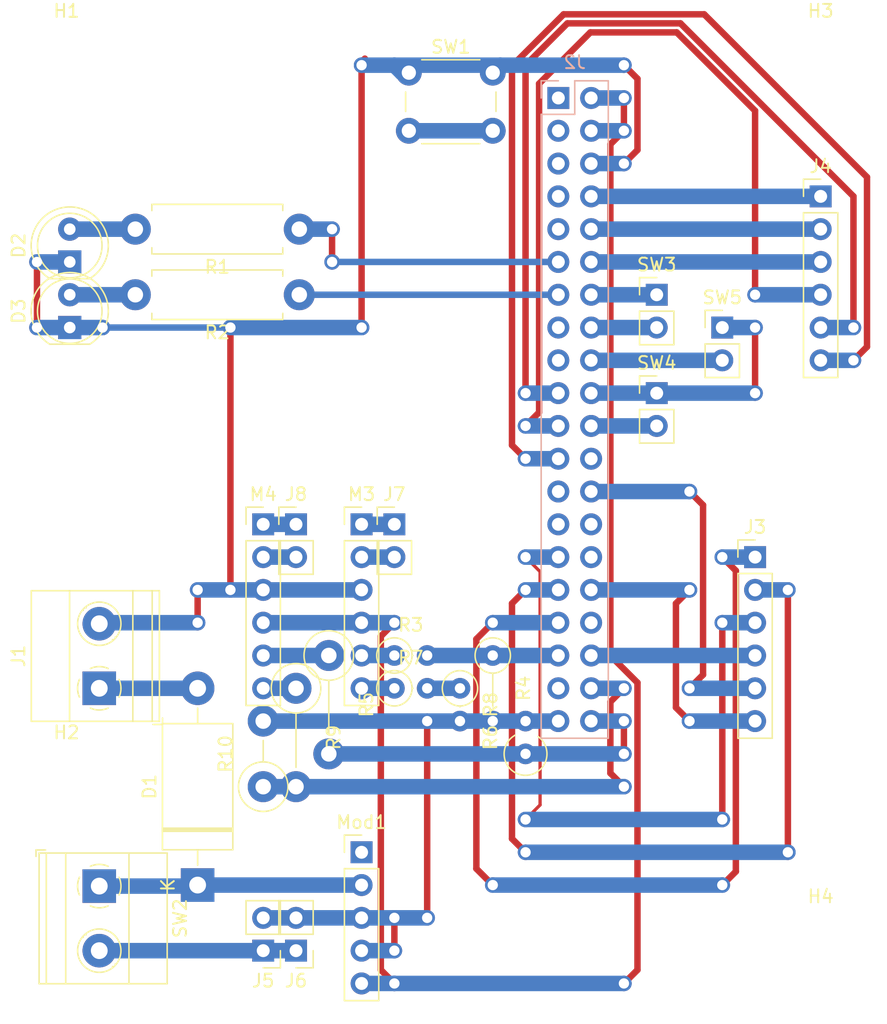
<source format=kicad_pcb>
(kicad_pcb (version 20240108) (generator "pcbnew") (generator_version "8.0")
  (layers (0 "F.Cu" signal) (31 "B.Cu" signal) (34 "B.Paste" user) (35 "F.Paste" user) (36 "B.SilkS" user "B.Silkscreen") (37 "F.SilkS" user "F.Silkscreen") (38 "B.Mask" user) (39 "F.Mask" user) (44 "Edge.Cuts" user))
  (net 0 "")
  (net 1 "+BATT")
  (net 2 "Net-(D1-A)")
  (net 3 "Net-(D2-A)")
  (net 4 "GND")
  (net 5 "Net-(D3-A)")
  (net 9 "/Tray up")
  (net 10 "+5V")
  (net 11 "/Roll.Mot_A")
  (net 12 "/R.Enc_A")
  (net 14 "/R.Mot_A")
  (net 15 "/R.En")
  (net 16 "/R.Enc_B")
  (net 17 "/L.Enc_B")
  (net 18 "/L.Enc_A")
  (net 19 "/Roll position")
  (net 20 "+3.3V")
  (net 21 "/Roll.En")
  (net 22 "/L.Mot_A")
  (net 23 "/L.En")
  (net 24 "/UI.SW")
  (net 25 "/Tray.Mot_B")
  (net 26 "/L.Mot_B")
  (net 27 "/Tray.Mot_A")
  (net 28 "/Roll.Mot_B")
  (net 29 "/R.Mot_B")
  (net 30 "/UI.LED0")
  (net 32 "/Tray down")
  (net 35 "/UI.LED1")
  (net 36 "/Tray.En")
  (net 37 "Vdrive")
  (net 39 "/LMB")
  (net 40 "/LMA")
  (net 41 "/RMA")
  (net 42 "/RMB")
  (net 43 "Net-(M3-Enc_A)")
  (net 44 "Net-(M3-Enc_B)")
  (net 45 "Net-(M4-Enc_A)")
  (net 46 "Net-(M4-Enc_B)")
  (footprint "Resistor_THT:R_Axial_DIN0207_L6.3mm_D2.5mm_P5.08mm_Vertical" (layer "F.Cu") (at 121.92 121.92 -90)
    (property "Reference" "R4" (at 2.54 -2.37 -90) (layer "F.SilkS"))
    (property "Value" "2.2k")
    (pad "1" thru_hole circle (at 0 0 270) (size 1.6 1.6) (drill 0.8) (layers "*.Cu" "*.Mask") (net 18 "/L.Enc_A"))
    (pad "2" thru_hole oval (at 5.08 0 270) (size 1.6 1.6) (drill 0.8) (layers "*.Cu" "*.Mask") (net 4 "GND"))
  )
  (footprint "TerminalBlock_Phoenix:TerminalBlock_Phoenix_MKDS-1,5-2_1x02_P5.00mm_Horizontal" (layer "F.Cu") (at 91.44 124.46 90)
    (property "Reference" "J1" (at 2.5 -6.26 90) (layer "F.SilkS"))
    (property "Value" "18V battery")
    (pad "1" thru_hole rect (at 0 0 90) (size 2.6 2.6) (drill 1.3) (layers "*.Cu" "*.Mask") (net 2 "Net-(D1-A)"))
    (pad "2" thru_hole circle (at 5 0 90) (size 2.6 2.6) (drill 1.3) (layers "*.Cu" "*.Mask") (net 4 "GND"))
  )
  (footprint "Resistor_THT:R_Axial_DIN0207_L6.3mm_D2.5mm_P2.54mm_Vertical" (layer "F.Cu") (at 114.3 121.92)
    (property "Reference" "R3" (at 1.27 -2.37 0) (layer "F.SilkS"))
    (property "Value" "1.5k")
    (pad "1" thru_hole circle (at 0 0) (size 1.6 1.6) (drill 0.8) (layers "*.Cu" "*.Mask") (net 43 "Net-(M3-Enc_A)"))
    (pad "2" thru_hole oval (at 2.54 0) (size 1.6 1.6) (drill 0.8) (layers "*.Cu" "*.Mask") (net 18 "/L.Enc_A"))
  )
  (footprint "Connector_PinHeader_2.54mm:PinHeader_1x02_P2.54mm_Vertical" (layer "F.Cu") (at 134.62 93.98)
    (property "Reference" "SW3" (at 0 -2.33 0) (layer "F.SilkS"))
    (property "Value" "Roller position")
    (pad "1" thru_hole rect (at 0 0) (size 1.7 1.7) (drill 1) (layers "*.Cu" "*.Mask") (net 4 "GND"))
    (pad "2" thru_hole oval (at 0 2.54) (size 1.7 1.7) (drill 1) (layers "*.Cu" "*.Mask") (net 19 "/Roll position"))
  )
  (footprint "Connector_PinHeader_2.54mm:PinHeader_1x02_P2.54mm_Vertical" (layer "F.Cu") (at 134.62 101.6)
    (property "Reference" "SW4" (at 0 -2.33 0) (layer "F.SilkS"))
    (property "Value" "Tray down")
    (pad "1" thru_hole rect (at 0 0) (size 1.7 1.7) (drill 1) (layers "*.Cu" "*.Mask") (net 4 "GND"))
    (pad "2" thru_hole oval (at 0 2.54) (size 1.7 1.7) (drill 1) (layers "*.Cu" "*.Mask") (net 32 "/Tray down"))
  )
  (footprint "Resistor_THT:R_Axial_DIN0411_L9.9mm_D3.6mm_P12.70mm_Horizontal" (layer "F.Cu") (at 106.934 93.98 180)
    (property "Reference" "R2" (at 6.35 -2.92 0) (layer "F.SilkS"))
    (property "Value" "220")
    (pad "1" thru_hole circle (at 0 0 180) (size 2.4 2.4) (drill 1.2) (layers "*.Cu" "*.Mask") (net 35 "/UI.LED1"))
    (pad "2" thru_hole oval (at 12.7 0 180) (size 2.4 2.4) (drill 1.2) (layers "*.Cu" "*.Mask") (net 5 "Net-(D3-A)"))
  )
  (footprint "Connector_PinHeader_2.54mm:PinHeader_1x06_P2.54mm_Vertical" (layer "F.Cu") (at 104.14 111.76)
    (property "Reference" "M4" (at 0 -2.33 0) (layer "F.SilkS"))
    (property "Value" "Right motor")
    (pad "1" thru_hole rect (at 0 0) (size 1.7 1.7) (drill 1) (layers "*.Cu" "*.Mask") (net 41 "/RMA"))
    (pad "2" thru_hole oval (at 0 2.54) (size 1.7 1.7) (drill 1) (layers "*.Cu" "*.Mask") (net 42 "/RMB"))
    (pad "3" thru_hole oval (at 0 5.08) (size 1.7 1.7) (drill 1) (layers "*.Cu" "*.Mask") (net 4 "GND"))
    (pad "4" thru_hole oval (at 0 7.62) (size 1.7 1.7) (drill 1) (layers "*.Cu" "*.Mask") (net 10 "+5V"))
    (pad "5" thru_hole oval (at 0 10.16) (size 1.7 1.7) (drill 1) (layers "*.Cu" "*.Mask") (net 45 "Net-(M4-Enc_A)"))
    (pad "6" thru_hole oval (at 0 12.7) (size 1.7 1.7) (drill 1) (layers "*.Cu" "*.Mask") (net 46 "Net-(M4-Enc_B)"))
  )
  (footprint "Resistor_THT:R_Axial_DIN0411_L9.9mm_D3.6mm_P7.62mm_Vertical" (layer "F.Cu") (at 106.68 124.46 -90)
    (property "Reference" "R9" (at 3.81 -2.92 -90) (layer "F.SilkS"))
    (property "Value" "1.5k")
    (pad "1" thru_hole circle (at 0 0 270) (size 2.4 2.4) (drill 1.2) (layers "*.Cu" "*.Mask") (net 46 "Net-(M4-Enc_B)"))
    (pad "2" thru_hole oval (at 7.62 0 270) (size 2.4 2.4) (drill 1.2) (layers "*.Cu" "*.Mask") (net 12 "/R.Enc_A"))
  )
  (footprint "MountingHole:MountingHole_3.2mm_M3" (layer "F.Cu") (at 147.32 76.2)
    (property "Reference" "H3" (at 0 -4.2 0) (layer "F.SilkS"))
    (property "Value" "MountingHole")
    (pad "" np_thru_hole circle (at 0 0) (size 3.2 3.2) (drill 3.2) (layers "*.Cu" "*.Mask"))
  )
  (footprint "MountingHole:MountingHole_3.2mm_M3" (layer "F.Cu") (at 147.32 144.78)
    (property "Reference" "H4" (at 0 -4.2 0) (layer "F.SilkS"))
    (property "Value" "MountingHole")
    (pad "" np_thru_hole circle (at 0 0) (size 3.2 3.2) (drill 3.2) (layers "*.Cu" "*.Mask"))
  )
  (footprint "Diode_THT:D_DO-201_P15.24mm_Horizontal" (layer "F.Cu") (at 99.06 139.7 90)
    (property "Reference" "D1" (at 7.62 -3.725 90) (layer "F.SilkS"))
    (property "Value" "6A Rectifier diode")
    (fp_text user "K" (at 0 -2.3 90) (layer "F.SilkS"))
    (pad "1" thru_hole rect (at 0 0 90) (size 2.6 2.6) (drill 1.3) (layers "*.Cu" "*.Mask") (net 1 "+BATT"))
    (pad "2" thru_hole oval (at 15.24 0 90) (size 2.6 2.6) (drill 1.3) (layers "*.Cu" "*.Mask") (net 2 "Net-(D1-A)"))
  )
  (footprint "Connector_PinHeader_2.54mm:PinHeader_1x02_P2.54mm_Vertical" (layer "F.Cu") (at 106.68 111.76)
    (property "Reference" "J8" (at 0 -2.33 0) (layer "F.SilkS"))
    (property "Value" "Right")
    (pad "1" thru_hole rect (at 0 0) (size 1.7 1.7) (drill 1) (layers "*.Cu" "*.Mask") (net 41 "/RMA"))
    (pad "2" thru_hole oval (at 0 2.54) (size 1.7 1.7) (drill 1) (layers "*.Cu" "*.Mask") (net 42 "/RMB"))
  )
  (footprint "Connector_PinHeader_2.54mm:PinHeader_1x02_P2.54mm_Vertical" (layer "F.Cu") (at 104.14 144.78 180)
    (property "Reference" "J5" (at 0 -2.33 0) (layer "F.SilkS"))
    (property "Value" "Power")
    (pad "1" thru_hole rect (at 0 0 180) (size 1.7 1.7) (drill 1) (layers "*.Cu" "*.Mask") (net 37 "Vdrive"))
    (pad "2" thru_hole oval (at 0 2.54 180) (size 1.7 1.7) (drill 1) (layers "*.Cu" "*.Mask") (net 4 "GND"))
  )
  (footprint "Connector_PinHeader_2.54mm:PinHeader_1x02_P2.54mm_Vertical" (layer "F.Cu") (at 139.7 96.52)
    (property "Reference" "SW5" (at 0 -2.33 0) (layer "F.SilkS"))
    (property "Value" "Tray up")
    (pad "1" thru_hole rect (at 0 0) (size 1.7 1.7) (drill 1) (layers "*.Cu" "*.Mask") (net 4 "GND"))
    (pad "2" thru_hole oval (at 0 2.54) (size 1.7 1.7) (drill 1) (layers "*.Cu" "*.Mask") (net 9 "/Tray up"))
  )
  (footprint "Resistor_THT:R_Axial_DIN0411_L9.9mm_D3.6mm_P12.70mm_Horizontal" (layer "F.Cu") (at 106.934 88.9 180)
    (property "Reference" "R1" (at 6.35 -2.92 0) (layer "F.SilkS"))
    (property "Value" "220")
    (pad "1" thru_hole circle (at 0 0 180) (size 2.4 2.4) (drill 1.2) (layers "*.Cu" "*.Mask") (net 30 "/UI.LED0"))
    (pad "2" thru_hole oval (at 12.7 0 180) (size 2.4 2.4) (drill 1.2) (layers "*.Cu" "*.Mask") (net 3 "Net-(D2-A)"))
  )
  (footprint "Resistor_THT:R_Axial_DIN0309_L9.0mm_D3.2mm_P2.54mm_Vertical" (layer "F.Cu") (at 124.46 129.54 90)
    (property "Reference" "R6" (at 1.27 -2.72 90) (layer "F.SilkS"))
    (property "Value" "2.2k")
    (pad "1" thru_hole circle (at 0 0 90) (size 1.6 1.6) (drill 0.8) (layers "*.Cu" "*.Mask") (net 16 "/R.Enc_B"))
    (pad "2" thru_hole oval (at 2.54 0 90) (size 1.6 1.6) (drill 0.8) (layers "*.Cu" "*.Mask") (net 4 "GND"))
  )
  (footprint "MountingHole:MountingHole_3.2mm_M3" (layer "F.Cu") (at 88.9 76.2)
    (property "Reference" "H1" (at 0 -4.2 0) (layer "F.SilkS"))
    (property "Value" "MountingHole")
    (pad "" np_thru_hole circle (at 0 0) (size 3.2 3.2) (drill 3.2) (layers "*.Cu" "*.Mask"))
  )
  (footprint "LED_THT:LED_D5.0mm" (layer "F.Cu") (at 89.154 96.52 90)
    (property "Reference" "D3" (at 1.27 -3.96 90) (layer "F.SilkS"))
    (property "Value" "LED")
    (pad "1" thru_hole rect (at 0 0 90) (size 1.8 1.8) (drill 0.9) (layers "*.Cu" "*.Mask") (net 4 "GND"))
    (pad "2" thru_hole circle (at 2.54 0 90) (size 1.8 1.8) (drill 0.9) (layers "*.Cu" "*.Mask") (net 5 "Net-(D3-A)"))
  )
  (footprint "Connector_PinHeader_2.54mm:PinHeader_1x06_P2.54mm_Vertical" (layer "F.Cu") (at 111.76 111.76)
    (property "Reference" "M3" (at 0 -2.33 0) (layer "F.SilkS"))
    (property "Value" "Left motor")
    (pad "1" thru_hole rect (at 0 0) (size 1.7 1.7) (drill 1) (layers "*.Cu" "*.Mask") (net 40 "/LMA"))
    (pad "2" thru_hole oval (at 0 2.54) (size 1.7 1.7) (drill 1) (layers "*.Cu" "*.Mask") (net 39 "/LMB"))
    (pad "3" thru_hole oval (at 0 5.08) (size 1.7 1.7) (drill 1) (layers "*.Cu" "*.Mask") (net 4 "GND"))
    (pad "4" thru_hole oval (at 0 7.62) (size 1.7 1.7) (drill 1) (layers "*.Cu" "*.Mask") (net 10 "+5V"))
    (pad "5" thru_hole oval (at 0 10.16) (size 1.7 1.7) (drill 1) (layers "*.Cu" "*.Mask") (net 43 "Net-(M3-Enc_A)"))
    (pad "6" thru_hole oval (at 0 12.7) (size 1.7 1.7) (drill 1) (layers "*.Cu" "*.Mask") (net 44 "Net-(M3-Enc_B)"))
  )
  (footprint "MountingHole:MountingHole_3.2mm_M3" (layer "F.Cu") (at 88.9 132.08)
    (property "Reference" "H2" (at 0 -4.2 0) (layer "F.SilkS"))
    (property "Value" "MountingHole")
    (pad "" np_thru_hole circle (at 0 0) (size 3.2 3.2) (drill 3.2) (layers "*.Cu" "*.Mask"))
  )
  (footprint "Button_Switch_THT:SW_PUSH_6mm" (layer "F.Cu") (at 115.42 76.78)
    (property "Reference" "SW1" (at 3.25 -2 0) (layer "F.SilkS"))
    (property "Value" "SW_Push")
    (pad "1" thru_hole circle (at 0 0 90) (size 2 2) (drill 1.1) (layers "*.Cu" "*.Mask") (net 4 "GND"))
    (pad "1" thru_hole circle (at 6.5 0 90) (size 2 2) (drill 1.1) (layers "*.Cu" "*.Mask") (net 4 "GND"))
    (pad "2" thru_hole circle (at 0 4.5 90) (size 2 2) (drill 1.1) (layers "*.Cu" "*.Mask") (net 24 "/UI.SW"))
    (pad "2" thru_hole circle (at 6.5 4.5 90) (size 2 2) (drill 1.1) (layers "*.Cu" "*.Mask") (net 24 "/UI.SW"))
  )
  (footprint "Connector_PinHeader_2.54mm:PinHeader_1x05_P2.54mm_Vertical" (layer "F.Cu") (at 111.76 137.16)
    (property "Reference" "Mod1" (at 0 -2.33 0) (layer "F.SilkS"))
    (property "Value" "D24V25F5 voltage regulator module")
    (pad "1" thru_hole rect (at 0 0) (size 1.7 1.7) (drill 1) (layers "*.Cu" "*.Mask"))
    (pad "2" thru_hole oval (at 0 2.54) (size 1.7 1.7) (drill 1) (layers "*.Cu" "*.Mask") (net 1 "+BATT"))
    (pad "3" thru_hole oval (at 0 5.08) (size 1.7 1.7) (drill 1) (layers "*.Cu" "*.Mask") (net 4 "GND"))
    (pad "4" thru_hole oval (at 0 7.62) (size 1.7 1.7) (drill 1) (layers "*.Cu" "*.Mask") (net 4 "GND"))
    (pad "5" thru_hole oval (at 0 10.16) (size 1.7 1.7) (drill 1) (layers "*.Cu" "*.Mask") (net 10 "+5V"))
  )
  (footprint "Resistor_THT:R_Axial_DIN0207_L6.3mm_D2.5mm_P2.54mm_Vertical" (layer "F.Cu") (at 119.38 124.46 -90)
    (property "Reference" "R8" (at 1.27 -2.37 -90) (layer "F.SilkS"))
    (property "Value" "2.2k")
    (pad "1" thru_hole circle (at 0 0 270) (size 1.6 1.6) (drill 0.8) (layers "*.Cu" "*.Mask") (net 17 "/L.Enc_B"))
    (pad "2" thru_hole oval (at 2.54 0 270) (size 1.6 1.6) (drill 0.8) (layers "*.Cu" "*.Mask") (net 4 "GND"))
  )
  (footprint "Connector_PinHeader_2.54mm:PinHeader_1x06_P2.54mm_Vertical" (layer "F.Cu") (at 142.24 114.3)
    (property "Reference" "J3" (at 0 -2.33 0) (layer "F.SilkS"))
    (property "Value" "Wheels")
    (pad "1" thru_hole rect (at 0 0) (size 1.7 1.7) (drill 1) (layers "*.Cu" "*.Mask") (net 23 "/L.En"))
    (pad "2" thru_hole oval (at 0 2.54) (size 1.7 1.7) (drill 1) (layers "*.Cu" "*.Mask") (net 26 "/L.Mot_B"))
    (pad "3" thru_hole oval (at 0 5.08) (size 1.7 1.7) (drill 1) (layers "*.Cu" "*.Mask") (net 22 "/L.Mot_A"))
    (pad "4" thru_hole oval (at 0 7.62) (size 1.7 1.7) (drill 1) (layers "*.Cu" "*.Mask") (net 29 "/R.Mot_B"))
    (pad "5" thru_hole oval (at 0 10.16) (size 1.7 1.7) (drill 1) (layers "*.Cu" "*.Mask") (net 14 "/R.Mot_A"))
    (pad "6" thru_hole oval (at 0 12.7) (size 1.7 1.7) (drill 1) (layers "*.Cu" "*.Mask") (net 15 "/R.En"))
  )
  (footprint "Connector_PinHeader_2.54mm:PinHeader_1x02_P2.54mm_Vertical" (layer "F.Cu") (at 106.68 144.78 180)
    (property "Reference" "J6" (at 0 -2.33 0) (layer "F.SilkS"))
    (property "Value" "Power")
    (pad "1" thru_hole rect (at 0 0 180) (size 1.7 1.7) (drill 1) (layers "*.Cu" "*.Mask") (net 37 "Vdrive"))
    (pad "2" thru_hole oval (at 0 2.54 180) (size 1.7 1.7) (drill 1) (layers "*.Cu" "*.Mask") (net 4 "GND"))
  )
  (footprint "LED_THT:LED_D5.0mm" (layer "F.Cu") (at 89.154 91.44 90)
    (property "Reference" "D2" (at 1.27 -3.96 90) (layer "F.SilkS"))
    (property "Value" "LED")
    (pad "1" thru_hole rect (at 0 0 90) (size 1.8 1.8) (drill 0.9) (layers "*.Cu" "*.Mask") (net 4 "GND"))
    (pad "2" thru_hole circle (at 2.54 0 90) (size 1.8 1.8) (drill 0.9) (layers "*.Cu" "*.Mask") (net 3 "Net-(D2-A)"))
  )
  (footprint "TerminalBlock_Phoenix:TerminalBlock_Phoenix_MKDS-1,5-2_1x02_P5.00mm_Horizontal" (layer "F.Cu") (at 91.44 139.78 -90)
    (property "Reference" "SW2" (at 2.5 -6.26 90) (layer "F.SilkS"))
    (property "Value" "Emergency stop")
    (pad "1" thru_hole rect (at 0 0 270) (size 2.6 2.6) (drill 1.3) (layers "*.Cu" "*.Mask") (net 1 "+BATT"))
    (pad "2" thru_hole circle (at 5 0 270) (size 2.6 2.6) (drill 1.3) (layers "*.Cu" "*.Mask") (net 37 "Vdrive"))
  )
  (footprint "Resistor_THT:R_Axial_DIN0411_L9.9mm_D3.6mm_P7.62mm_Vertical" (layer "F.Cu") (at 109.22 121.92 -90)
    (property "Reference" "R5" (at 3.81 -2.92 90) (layer "F.SilkS"))
    (property "Value" "1.5k")
    (pad "1" thru_hole circle (at 0 0 270) (size 2.4 2.4) (drill 1.2) (layers "*.Cu" "*.Mask") (net 45 "Net-(M4-Enc_A)"))
    (pad "2" thru_hole oval (at 7.62 0 270) (size 2.4 2.4) (drill 1.2) (layers "*.Cu" "*.Mask") (net 16 "/R.Enc_B"))
  )
  (footprint "Resistor_THT:R_Axial_DIN0207_L6.3mm_D2.5mm_P2.54mm_Vertical" (layer "F.Cu") (at 114.3 124.46)
    (property "Reference" "R7" (at 1.27 -2.37 0) (layer "F.SilkS"))
    (property "Value" "1.5k")
    (pad "1" thru_hole circle (at 0 0) (size 1.6 1.6) (drill 0.8) (layers "*.Cu" "*.Mask") (net 44 "Net-(M3-Enc_B)"))
    (pad "2" thru_hole oval (at 2.54 0) (size 1.6 1.6) (drill 0.8) (layers "*.Cu" "*.Mask") (net 17 "/L.Enc_B"))
  )
  (footprint "Resistor_THT:R_Axial_DIN0411_L9.9mm_D3.6mm_P5.08mm_Vertical" (layer "F.Cu") (at 104.14 132.08 90)
    (property "Reference" "R10" (at 2.54 -2.92 90) (layer "F.SilkS"))
    (property "Value" "2.2k")
    (pad "1" thru_hole circle (at 0 0 90) (size 2.4 2.4) (drill 1.2) (layers "*.Cu" "*.Mask") (net 12 "/R.Enc_A"))
    (pad "2" thru_hole oval (at 5.08 0 90) (size 2.4 2.4) (drill 1.2) (layers "*.Cu" "*.Mask") (net 4 "GND"))
  )
  (footprint "Connector_PinHeader_2.54mm:PinHeader_1x02_P2.54mm_Vertical" (layer "F.Cu") (at 114.3 111.76)
    (property "Reference" "J7" (at 0 -2.33 0) (layer "F.SilkS"))
    (property "Value" "Left")
    (pad "1" thru_hole rect (at 0 0) (size 1.7 1.7) (drill 1) (layers "*.Cu" "*.Mask") (net 40 "/LMA"))
    (pad "2" thru_hole oval (at 0 2.54) (size 1.7 1.7) (drill 1) (layers "*.Cu" "*.Mask") (net 39 "/LMB"))
  )
  (footprint "Connector_PinHeader_2.54mm:PinHeader_1x06_P2.54mm_Vertical" (layer "F.Cu") (at 147.32 86.36)
    (property "Reference" "J4" (at 0 -2.33 0) (layer "F.SilkS"))
    (property "Value" "Loading")
    (pad "1" thru_hole rect (at 0 0) (size 1.7 1.7) (drill 1) (layers "*.Cu" "*.Mask") (net 21 "/Roll.En"))
    (pad "2" thru_hole oval (at 0 2.54) (size 1.7 1.7) (drill 1) (layers "*.Cu" "*.Mask") (net 11 "/Roll.Mot_A"))
    (pad "3" thru_hole oval (at 0 5.08) (size 1.7 1.7) (drill 1) (layers "*.Cu" "*.Mask") (net 28 "/Roll.Mot_B"))
    (pad "4" thru_hole oval (at 0 7.62) (size 1.7 1.7) (drill 1) (layers "*.Cu" "*.Mask") (net 25 "/Tray.Mot_B"))
    (pad "5" thru_hole oval (at 0 10.16) (size 1.7 1.7) (drill 1) (layers "*.Cu" "*.Mask") (net 27 "/Tray.Mot_A"))
    (pad "6" thru_hole oval (at 0 12.7) (size 1.7 1.7) (drill 1) (layers "*.Cu" "*.Mask") (net 36 "/Tray.En"))
  )
  (footprint "Connector_PinSocket_2.54mm:PinSocket_2x20_P2.54mm_Vertical" (layer "B.Cu") (at 127 78.74 180)
    (property "Reference" "J2" (at -1.27 2.77 0) (layer "B.SilkS") (effects (justify mirror)))
    (property "Value" "Raspberry_Pi_Header")
    (pad "1" thru_hole rect (at 0 0 180) (size 1.7 1.7) (drill 1) (layers "*.Cu" "*.Mask") (net 20 "+3.3V"))
    (pad "2" thru_hole oval (at -2.54 0 180) (size 1.7 1.7) (drill 1) (layers "*.Cu" "*.Mask") (net 10 "+5V"))
    (pad "3" thru_hole oval (at 0 -2.54 180) (size 1.7 1.7) (drill 1) (layers "*.Cu" "*.Mask"))
    (pad "4" thru_hole oval (at -2.54 -2.54 180) (size 1.7 1.7) (drill 1) (layers "*.Cu" "*.Mask") (net 10 "+5V"))
    (pad "5" thru_hole oval (at 0 -5.08 180) (size 1.7 1.7) (drill 1) (layers "*.Cu" "*.Mask"))
    (pad "6" thru_hole oval (at -2.54 -5.08 180) (size 1.7 1.7) (drill 1) (layers "*.Cu" "*.Mask") (net 4 "GND"))
    (pad "7" thru_hole oval (at 0 -7.62 180) (size 1.7 1.7) (drill 1) (layers "*.Cu" "*.Mask") (net 24 "/UI.SW"))
    (pad "8" thru_hole oval (at -2.54 -7.62 180) (size 1.7 1.7) (drill 1) (layers "*.Cu" "*.Mask") (net 21 "/Roll.En"))
    (pad "9" thru_hole oval (at 0 -10.16 180) (size 1.7 1.7) (drill 1) (layers "*.Cu" "*.Mask") (net 4 "GND"))
    (pad "10" thru_hole oval (at -2.54 -10.16 180) (size 1.7 1.7) (drill 1) (layers "*.Cu" "*.Mask") (net 11 "/Roll.Mot_A"))
    (pad "11" thru_hole oval (at 0 -12.7 180) (size 1.7 1.7) (drill 1) (layers "*.Cu" "*.Mask") (net 30 "/UI.LED0"))
    (pad "12" thru_hole oval (at -2.54 -12.7 180) (size 1.7 1.7) (drill 1) (layers "*.Cu" "*.Mask") (net 28 "/Roll.Mot_B"))
    (pad "13" thru_hole oval (at 0 -15.24 180) (size 1.7 1.7) (drill 1) (layers "*.Cu" "*.Mask") (net 35 "/UI.LED1"))
    (pad "14" thru_hole oval (at -2.54 -15.24 180) (size 1.7 1.7) (drill 1) (layers "*.Cu" "*.Mask") (net 4 "GND"))
    (pad "15" thru_hole oval (at 0 -17.78 180) (size 1.7 1.7) (drill 1) (layers "*.Cu" "*.Mask"))
    (pad "16" thru_hole oval (at -2.54 -17.78 180) (size 1.7 1.7) (drill 1) (layers "*.Cu" "*.Mask") (net 19 "/Roll position"))
    (pad "17" thru_hole oval (at 0 -20.32 180) (size 1.7 1.7) (drill 1) (layers "*.Cu" "*.Mask"))
    (pad "18" thru_hole oval (at -2.54 -20.32 180) (size 1.7 1.7) (drill 1) (layers "*.Cu" "*.Mask") (net 9 "/Tray up"))
    (pad "19" thru_hole oval (at 0 -22.86 180) (size 1.7 1.7) (drill 1) (layers "*.Cu" "*.Mask") (net 27 "/Tray.Mot_A"))
    (pad "20" thru_hole oval (at -2.54 -22.86 180) (size 1.7 1.7) (drill 1) (layers "*.Cu" "*.Mask") (net 4 "GND"))
    (pad "21" thru_hole oval (at 0 -25.4 180) (size 1.7 1.7) (drill 1) (layers "*.Cu" "*.Mask") (net 25 "/Tray.Mot_B"))
    (pad "22" thru_hole oval (at -2.54 -25.4 180) (size 1.7 1.7) (drill 1) (layers "*.Cu" "*.Mask") (net 32 "/Tray down"))
    (pad "23" thru_hole oval (at 0 -27.94 180) (size 1.7 1.7) (drill 1) (layers "*.Cu" "*.Mask") (net 36 "/Tray.En"))
    (pad "24" thru_hole oval (at -2.54 -27.94 180) (size 1.7 1.7) (drill 1) (layers "*.Cu" "*.Mask"))
    (pad "25" thru_hole oval (at 0 -30.48 180) (size 1.7 1.7) (drill 1) (layers "*.Cu" "*.Mask") (net 4 "GND"))
    (pad "26" thru_hole oval (at -2.54 -30.48 180) (size 1.7 1.7) (drill 1) (layers "*.Cu" "*.Mask") (net 14 "/R.Mot_A"))
    (pad "27" thru_hole oval (at 0 -33.02 180) (size 1.7 1.7) (drill 1) (layers "*.Cu" "*.Mask"))
    (pad "28" thru_hole oval (at -2.54 -33.02 180) (size 1.7 1.7) (drill 1) (layers "*.Cu" "*.Mask"))
    (pad "29" thru_hole oval (at 0 -35.56 180) (size 1.7 1.7) (drill 1) (layers "*.Cu" "*.Mask") (net 22 "/L.Mot_A"))
    (pad "30" thru_hole oval (at -2.54 -35.56 180) (size 1.7 1.7) (drill 1) (layers "*.Cu" "*.Mask") (net 4 "GND"))
    (pad "31" thru_hole oval (at 0 -38.1 180) (size 1.7 1.7) (drill 1) (layers "*.Cu" "*.Mask") (net 26 "/L.Mot_B"))
    (pad "32" thru_hole oval (at -2.54 -38.1 180) (size 1.7 1.7) (drill 1) (layers "*.Cu" "*.Mask") (net 15 "/R.En"))
    (pad "33" thru_hole oval (at 0 -40.64 180) (size 1.7 1.7) (drill 1) (layers "*.Cu" "*.Mask") (net 23 "/L.En"))
    (pad "34" thru_hole oval (at -2.54 -40.64 180) (size 1.7 1.7) (drill 1) (layers "*.Cu" "*.Mask") (net 4 "GND"))
    (pad "35" thru_hole oval (at 0 -43.18 180) (size 1.7 1.7) (drill 1) (layers "*.Cu" "*.Mask") (net 18 "/L.Enc_A"))
    (pad "36" thru_hole oval (at -2.54 -43.18 180) (size 1.7 1.7) (drill 1) (layers "*.Cu" "*.Mask") (net 29 "/R.Mot_B"))
    (pad "37" thru_hole oval (at 0 -45.72 180) (size 1.7 1.7) (drill 1) (layers "*.Cu" "*.Mask") (net 17 "/L.Enc_B"))
    (pad "38" thru_hole oval (at -2.54 -45.72 180) (size 1.7 1.7) (drill 1) (layers "*.Cu" "*.Mask") (net 12 "/R.Enc_A"))
    (pad "39" thru_hole oval (at 0 -48.26 180) (size 1.7 1.7) (drill 1) (layers "*.Cu" "*.Mask") (net 4 "GND"))
    (pad "40" thru_hole oval (at -2.54 -48.26 180) (size 1.7 1.7) (drill 1) (layers "*.Cu" "*.Mask") (net 16 "/R.Enc_B"))
  )
  (segment (start 91.44 139.78) (end 98.98 139.78) (width 1.2) (layer "B.Cu") (net 1))
  (segment (start 98.98 139.78) (end 99.06 139.7) (width 1.2) (layer "B.Cu") (net 1))
  (segment (start 99.06 139.7) (end 111.76 139.7) (width 1.2) (layer "B.Cu") (net 1))
  (segment (start 99.06 124.46) (end 91.44 124.46) (width 1.2) (layer "B.Cu") (net 2))
  (segment (start 94.234 88.9) (end 89.154 88.9) (width 1.2) (layer "B.Cu") (net 3))
  (segment (start 101.6 96.52) (end 101.6 116.84) (width 0.5) (layer "F.Cu") (net 4))
  (segment (start 111.76 96.52) (end 111.76 75.946) (width 0.5) (layer "F.Cu") (net 4))
  (segment (start 142.24 101.6) (end 142.24 96.52) (width 0.5) (layer "F.Cu") (net 4))
  (segment (start 133.13 82.77) (end 133.13 77.25) (width 0.5) (layer "F.Cu") (net 4))
  (segment (start 116.84 142.24) (end 116.84 127) (width 0.5) (layer "F.Cu") (net 4))
  (segment (start 132.08 83.82) (end 133.13 82.77) (width 0.5) (layer "F.Cu") (net 4))
  (segment (start 114.3 142.24) (end 114.3 144.78) (width 0.5) (layer "F.Cu") (net 4))
  (segment (start 99.06 116.84) (end 99.06 119.38) (width 0.5) (layer "F.Cu") (net 4))
  (segment (start 86.614 91.44) (end 86.614 96.52) (width 0.5) (layer "F.Cu") (net 4))
  (segment (start 111.76 75.946) (end 112.014 75.692) (width 0.5) (layer "F.Cu") (net 4))
  (segment (start 133.13 77.25) (end 132.08 76.2) (width 0.5) (layer "F.Cu") (net 4))
  (segment (start 111.76 75.946) (end 111.76 76.2) (width 0.5) (layer "F.Cu") (net 4))
  (via (at 111.76 76.2) (size 1.2) (drill 0.8) (layers "F.Cu" "B.Cu") (net 4))
  (via (at 99.06 119.38) (size 1.2) (drill 0.8) (layers "F.Cu" "B.Cu") (net 4))
  (via (at 132.08 76.2) (size 1.2) (drill 0.8) (layers "F.Cu" "B.Cu") (net 4))
  (via (at 142.24 101.6) (size 1.2) (drill 0.8) (layers "F.Cu" "B.Cu") (net 4))
  (via (at 116.84 127) (size 1.2) (drill 0.8) (layers "F.Cu" "B.Cu") (net 4))
  (via (at 114.3 142.24) (size 1.2) (drill 0.8) (layers "F.Cu" "B.Cu") (net 4))
  (via (at 99.06 116.84) (size 1.2) (drill 0.8) (layers "F.Cu" "B.Cu") (net 4))
  (via (at 132.08 83.82) (size 1.2) (drill 0.8) (layers "F.Cu" "B.Cu") (net 4))
  (via (at 142.24 96.52) (size 1.2) (drill 0.8) (layers "F.Cu" "B.Cu") (net 4))
  (via (at 86.614 91.44) (size 1.2) (drill 0.8) (layers "F.Cu" "B.Cu") (net 4))
  (via (at 116.84 142.24) (size 1.2) (drill 0.8) (layers "F.Cu" "B.Cu") (net 4))
  (via (at 86.614 96.52) (size 1.2) (drill 0.8) (layers "F.Cu" "B.Cu") (net 4))
  (via (at 101.6 116.84) (size 1.2) (drill 0.8) (layers "F.Cu" "B.Cu") (net 4))
  (via (at 91.694 96.52) (size 1.2) (drill 0.8) (layers "F.Cu" "B.Cu") (net 4))
  (via (at 101.6 96.52) (size 1.2) (drill 0.8) (layers "F.Cu" "B.Cu") (net 4))
  (via (at 114.3 144.78) (size 1.2) (drill 0.8) (layers "F.Cu" "B.Cu") (net 4))
  (via (at 111.76 96.52) (size 1.2) (drill 0.8) (layers "F.Cu" "B.Cu") (net 4))
  (segment (start 104.14 127) (end 116.84 127) (width 1.2) (layer "B.Cu") (net 4))
  (segment (start 111.76 96.52) (end 101.6 96.52) (width 1.2) (layer "B.Cu") (net 4))
  (segment (start 115.42 76.78) (end 114.88 76.78) (width 1.2) (layer "B.Cu") (net 4))
  (segment (start 91.52 119.38) (end 91.44 119.46) (width 1.2) (layer "B.Cu") (net 4))
  (segment (start 86.614 96.52) (end 89.154 96.52) (width 1.2) (layer "B.Cu") (net 4))
  (segment (start 121.92 76.78) (end 122.5 76.2) (width 1.2) (layer "B.Cu") (net 4))
  (segment (start 104.14 116.84) (end 99.06 116.84) (width 1.2) (layer "B.Cu") (net 4))
  (segment (start 129.54 83.82) (end 132.08 83.82) (width 1.2) (layer "B.Cu") (net 4))
  (segment (start 89.154 91.44) (end 86.614 91.44) (width 1.2) (layer "B.Cu") (net 4))
  (segment (start 114.3 76.2) (end 111.76 76.2) (width 1.2) (layer "B.Cu") (net 4))
  (segment (start 142.24 96.52) (end 139.7 96.52) (width 1.2) (layer "B.Cu") (net 4))
  (segment (start 134.62 101.6) (end 142.24 101.6) (width 1.2) (layer "B.Cu") (net 4))
  (segment (start 114.88 76.78) (end 114.3 76.2) (width 1.2) (layer "B.Cu") (net 4))
  (segment (start 116.84 127) (end 119.38 127) (width 1.2) (layer "B.Cu") (net 4))
  (segment (start 104.14 142.24) (end 111.76 142.24) (width 1.2) (layer "B.Cu") (net 4))
  (segment (start 122.5 76.2) (end 114.3 76.2) (width 1.2) (layer "B.Cu") (net 4))
  (segment (start 89.154 96.52) (end 91.694 96.52) (width 1.2) (layer "B.Cu") (net 4))
  (segment (start 114.3 144.78) (end 111.76 144.78) (width 1.2) (layer "B.Cu") (net 4))
  (segment (start 111.76 116.84) (end 104.14 116.84) (width 1.2) (layer "B.Cu") (net 4))
  (segment (start 116.84 142.24) (end 114.3 142.24) (width 1.2) (layer "B.Cu") (net 4))
  (segment (start 134.62 93.98) (end 129.54 93.98) (width 1.2) (layer "B.Cu") (net 4))
  (segment (start 129.54 101.6) (end 134.62 101.6) (width 1.2) (layer "B.Cu") (net 4))
  (segment (start 127 127) (end 119.38 127) (width 1.2) (layer "B.Cu") (net 4))
  (segment (start 111.76 142.24) (end 114.3 142.24) (width 1.2) (layer "B.Cu") (net 4))
  (segment (start 132.08 76.2) (end 122.5 76.2) (width 1.2) (layer "B.Cu") (net 4))
  (segment (start 99.06 119.38) (end 91.52 119.38) (width 1.2) (layer "B.Cu") (net 4))
  (segment (start 101.6 96.52) (end 91.694 96.52) (width 0.5) (layer "B.Cu") (net 4))
  (segment (start 94.234 93.98) (end 89.154 93.98) (width 1.2) (layer "B.Cu") (net 5))
  (segment (start 139.7 99.06) (end 129.54 99.06) (width 1.2) (layer "B.Cu") (net 9))
  (segment (start 133.13 146.27) (end 132.08 147.32) (width 0.5) (layer "F.Cu") (net 10))
  (segment (start 131.03 121.925075) (end 133.13 124.025075) (width 0.5) (layer "F.Cu") (net 10))
  (segment (start 114.3 119.38) (end 113.25 120.43) (width 0.5) (layer "F.Cu") (net 10))
  (segment (start 133.13 124.025075) (end 133.13 146.27) (width 0.5) (layer "F.Cu") (net 10))
  (segment (start 113.25 146.27) (end 114.3 147.32) (width 0.5) (layer "F.Cu") (net 10))
  (segment (start 132.08 81.28) (end 131.03 82.33) (width 0.5) (layer "F.Cu") (net 10))
  (segment (start 113.25 120.43) (end 113.25 146.27) (width 0.5) (layer "F.Cu") (net 10))
  (segment (start 132.08 78.74) (end 132.08 81.28) (width 0.5) (layer "F.Cu") (net 10))
  (segment (start 131.03 82.33) (end 131.03 121.925075) (width 0.5) (layer "F.Cu") (net 10))
  (via (at 132.08 147.32) (size 1.2) (drill 0.8) (layers "F.Cu" "B.Cu") (net 10))
  (via (at 132.08 81.28) (size 1.2) (drill 0.8) (layers "F.Cu" "B.Cu") (net 10))
  (via (at 114.3 147.32) (size 1.2) (drill 0.8) (layers "F.Cu" "B.Cu") (net 10))
  (via (at 132.08 78.74) (size 1.2) (drill 0.8) (layers "F.Cu" "B.Cu") (net 10))
  (via (at 114.3 119.38) (size 1.2) (drill 0.8) (layers "F.Cu" "B.Cu") (net 10))
  (segment (start 129.54 81.28) (end 132.08 81.28) (width 1.2) (layer "B.Cu") (net 10))
  (segment (start 111.76 119.38) (end 114.3 119.38) (width 1.2) (layer "B.Cu") (net 10))
  (segment (start 129.54 78.74) (end 132.08 78.74) (width 1.2) (layer "B.Cu") (net 10))
  (segment (start 104.14 119.38) (end 111.76 119.38) (width 1.2) (layer "B.Cu") (net 10))
  (segment (start 132.08 147.32) (end 114.3 147.32) (width 1.2) (layer "B.Cu") (net 10))
  (segment (start 111.76 147.32) (end 114.3 147.32) (width 1.2) (layer "B.Cu") (net 10))
  (segment (start 129.54 88.9) (end 147.32 88.9) (width 1.2) (layer "B.Cu") (net 11))
  (segment (start 131.03 125.51) (end 131.03 131.03) (width 0.5) (layer "F.Cu") (net 12))
  (segment (start 132.08 124.46) (end 131.03 125.51) (width 0.5) (layer "F.Cu") (net 12))
  (segment (start 131.03 131.03) (end 132.08 132.08) (width 0.5) (layer "F.Cu") (net 12))
  (via (at 132.08 124.46) (size 1.2) (drill 0.8) (layers "F.Cu" "B.Cu") (net 12))
  (via (at 132.08 132.08) (size 1.2) (drill 0.8) (layers "F.Cu" "B.Cu") (net 12))
  (segment (start 106.68 132.08) (end 104.14 132.08) (width 1.2) (layer "B.Cu") (net 12))
  (segment (start 106.68 132.08) (end 132.08 132.08) (width 1.2) (layer "B.Cu") (net 12))
  (segment (start 129.54 124.46) (end 132.08 124.46) (width 1.2) (layer "B.Cu") (net 12))
  (segment (start 137.16 109.22) (end 138.21 110.27) (width 0.5) (layer "F.Cu") (net 14))
  (segment (start 138.21 123.41) (end 137.16 124.46) (width 0.5) (layer "F.Cu") (net 14))
  (segment (start 138.21 110.27) (end 138.21 123.41) (width 0.5) (layer "F.Cu") (net 14))
  (via (at 137.16 124.46) (size 1.2) (drill 0.8) (layers "F.Cu" "B.Cu") (net 14))
  (via (at 137.16 109.22) (size 1.2) (drill 0.8) (layers "F.Cu" "B.Cu") (net 14))
  (segment (start 142.24 124.46) (end 137.16 124.46) (width 1.2) (layer "B.Cu") (net 14))
  (segment (start 137.16 109.22) (end 129.54 109.22) (width 1.2) (layer "B.Cu") (net 14))
  (segment (start 137.16 116.84) (end 136.11 117.89) (width 0.5) (layer "F.Cu") (net 15))
  (segment (start 136.11 125.95) (end 137.16 127) (width 0.5) (layer "F.Cu") (net 15))
  (segment (start 136.11 117.89) (end 136.11 125.95) (width 0.5) (layer "F.Cu") (net 15))
  (via (at 137.16 127) (size 1.2) (drill 0.8) (layers "F.Cu" "B.Cu") (net 15))
  (via (at 137.16 116.84) (size 1.2) (drill 0.8) (layers "F.Cu" "B.Cu") (net 15))
  (segment (start 129.54 116.84) (end 137.16 116.84) (width 1.2) (layer "B.Cu") (net 15))
  (segment (start 142.24 127) (end 137.16 127) (width 1.2) (layer "B.Cu") (net 15))
  (segment (start 132.08 129.54) (end 132.08 127) (width 0.5) (layer "F.Cu") (net 16))
  (via (at 132.08 127) (size 1.2) (drill 0.8) (layers "F.Cu" "B.Cu") (net 16))
  (via (at 132.08 129.54) (size 1.2) (drill 0.8) (layers "F.Cu" "B.Cu") (net 16))
  (segment (start 129.54 127) (end 132.08 127) (width 1.2) (layer "B.Cu") (net 16))
  (segment (start 109.22 129.54) (end 132.08 129.54) (width 1.2) (layer "B.Cu") (net 16))
  (segment (start 116.84 124.46) (end 119.38 124.46) (width 1.2) (layer "B.Cu") (net 17))
  (segment (start 121.92 121.92) (end 127 121.92) (width 1.2) (layer "B.Cu") (net 18))
  (segment (start 116.84 121.92) (end 121.92 121.92) (width 1.2) (layer "B.Cu") (net 18))
  (segment (start 129.54 96.52) (end 134.62 96.52) (width 1.2) (layer "B.Cu") (net 19))
  (segment (start 147.32 86.36) (end 129.54 86.36) (width 1.2) (layer "B.Cu") (net 21))
  (segment (start 125.585 133.495) (end 124.46 134.62) (width 0.25) (layer "F.Cu") (net 22))
  (segment (start 124.46 114.3) (end 125.585 115.425) (width 0.25) (layer "F.Cu") (net 22))
  (segment (start 139.7 119.38) (end 139.7 134.62) (width 0.5) (layer "F.Cu") (net 22))
  (segment (start 125.585 115.425) (end 125.585 133.495) (width 0.25) (layer "F.Cu") (net 22))
  (via (at 124.46 114.3) (size 1.2) (drill 0.8) (layers "F.Cu" "B.Cu") (net 22))
  (via (at 139.7 134.62) (size 1.2) (drill 0.8) (layers "F.Cu" "B.Cu") (net 22))
  (via (at 139.7 119.38) (size 1.2) (drill 0.8) (layers "F.Cu" "B.Cu") (net 22))
  (via (at 124.46 134.62) (size 1.2) (drill 0.8) (layers "F.Cu" "B.Cu") (net 22))
  (segment (start 139.7 134.62) (end 124.46 134.62) (width 1.2) (layer "B.Cu") (net 22))
  (segment (start 124.46 114.3) (end 127 114.3) (width 1.2) (layer "B.Cu") (net 22))
  (segment (start 142.24 119.38) (end 139.7 119.38) (width 1.2) (layer "B.Cu") (net 22))
  (segment (start 139.7 114.3) (end 140.75 115.35) (width 0.5) (layer "F.Cu") (net 23))
  (segment (start 140.75 138.65) (end 139.7 139.7) (width 0.5) (layer "F.Cu") (net 23))
  (segment (start 120.65 138.43) (end 121.92 139.7) (width 0.5) (layer "F.Cu") (net 23))
  (segment (start 140.75 115.35) (end 140.75 138.65) (width 0.5) (layer "F.Cu") (net 23))
  (segment (start 120.65 120.65) (end 120.65 138.43) (width 0.5) (layer "F.Cu") (net 23))
  (segment (start 121.92 119.38) (end 120.65 120.65) (width 0.5) (layer "F.Cu") (net 23))
  (via (at 139.7 114.3) (size 1.2) (drill 0.8) (layers "F.Cu" "B.Cu") (net 23))
  (via (at 121.92 139.7) (size 1.2) (drill 0.8) (layers "F.Cu" "B.Cu") (net 23))
  (via (at 139.7 139.7) (size 1.2) (drill 0.8) (layers "F.Cu" "B.Cu") (net 23))
  (via (at 121.92 119.38) (size 1.2) (drill 0.8) (layers "F.Cu" "B.Cu") (net 23))
  (segment (start 127 119.38) (end 121.92 119.38) (width 1.2) (layer "B.Cu") (net 23))
  (segment (start 121.92 139.7) (end 139.7 139.7) (width 1.2) (layer "B.Cu") (net 23))
  (segment (start 142.24 114.3) (end 139.7 114.3) (width 1.2) (layer "B.Cu") (net 23))
  (segment (start 121.92 81.28) (end 115.42 81.28) (width 1.2) (layer "B.Cu") (net 24))
  (segment (start 142.24 93.98) (end 142.24 79.72995) (width 0.5) (layer "F.Cu") (net 25))
  (segment (start 136.17005 73.66) (end 129.48 73.66) (width 0.5) (layer "F.Cu") (net 25))
  (segment (start 142.24 79.72995) (end 136.17005 73.66) (width 0.5) (layer "F.Cu") (net 25))
  (segment (start 125.51 103.09) (end 124.46 104.14) (width 0.5) (layer "F.Cu") (net 25))
  (segment (start 129.48 73.66) (end 125.51 77.63) (width 0.5) (layer "F.Cu") (net 25))
  (segment (start 125.51 77.63) (end 125.51 103.09) (width 0.5) (layer "F.Cu") (net 25))
  (via (at 124.46 104.14) (size 1.2) (drill 0.8) (layers "F.Cu" "B.Cu") (net 25))
  (via (at 142.24 93.98) (size 1.2) (drill 0.8) (layers "F.Cu" "B.Cu") (net 25))
  (segment (start 124.46 104.14) (end 127 104.14) (width 1.2) (layer "B.Cu") (net 25))
  (segment (start 147.32 93.98) (end 142.24 93.98) (width 1.2) (layer "B.Cu") (net 25))
  (segment (start 124.46 137.16) (end 123.41 136.11) (width 0.5) (layer "F.Cu") (net 26))
  (segment (start 144.78 116.84) (end 144.78 137.16) (width 0.5) (layer "F.Cu") (net 26))
  (segment (start 123.41 117.89) (end 124.46 116.84) (width 0.5) (layer "F.Cu") (net 26))
  (segment (start 123.41 136.11) (end 123.41 117.89) (width 0.5) (layer "F.Cu") (net 26))
  (via (at 124.46 137.16) (size 1.2) (drill 0.8) (layers "F.Cu" "B.Cu") (net 26))
  (via (at 124.46 116.84) (size 1.2) (drill 0.8) (layers "F.Cu" "B.Cu") (net 26))
  (via (at 144.78 116.84) (size 1.2) (drill 0.8) (layers "F.Cu" "B.Cu") (net 26))
  (via (at 144.78 137.16) (size 1.2) (drill 0.8) (layers "F.Cu" "B.Cu") (net 26))
  (segment (start 127 116.84) (end 124.46 116.84) (width 1.2) (layer "B.Cu") (net 26))
  (segment (start 144.78 137.16) (end 124.46 137.16) (width 1.2) (layer "B.Cu") (net 26))
  (segment (start 142.24 116.84) (end 144.78 116.84) (width 1.2) (layer "B.Cu") (net 26))
  (segment (start 149.86 96.52) (end 149.86 86.36) (width 0.5) (layer "F.Cu") (net 27))
  (segment (start 127.7 72.96) (end 124.46 76.2) (width 0.5) (layer "F.Cu") (net 27))
  (segment (start 124.46 76.2) (end 124.46 101.6) (width 0.5) (layer "F.Cu") (net 27))
  (segment (start 149.86 86.36) (end 136.46 72.96) (width 0.5) (layer "F.Cu") (net 27))
  (segment (start 136.46 72.96) (end 127.7 72.96) (width 0.5) (layer "F.Cu") (net 27))
  (via (at 124.46 101.6) (size 1.2) (drill 0.8) (layers "F.Cu" "B.Cu") (net 27))
  (via (at 149.86 96.52) (size 1.2) (drill 0.8) (layers "F.Cu" "B.Cu") (net 27))
  (segment (start 127 101.6) (end 124.46 101.6) (width 1.2) (layer "B.Cu") (net 27))
  (segment (start 147.32 96.52) (end 149.86 96.52) (width 1.2) (layer "B.Cu") (net 27))
  (segment (start 147.32 91.44) (end 129.54 91.44) (width 1.2) (layer "B.Cu") (net 28))
  (segment (start 142.24 121.92) (end 129.54 121.92) (width 1.2) (layer "B.Cu") (net 29))
  (segment (start 109.474 88.9) (end 109.474 91.44) (width 0.5) (layer "F.Cu") (net 30))
  (via (at 109.474 88.9) (size 1.2) (drill 0.8) (layers "F.Cu" "B.Cu") (net 30))
  (via (at 109.474 91.44) (size 1.2) (drill 0.8) (layers "F.Cu" "B.Cu") (net 30))
  (segment (start 127 91.44) (end 109.474 91.44) (width 0.5) (layer "B.Cu") (net 30))
  (segment (start 106.934 88.9) (end 109.474 88.9) (width 1.2) (layer "B.Cu") (net 30))
  (segment (start 134.62 104.14) (end 129.54 104.14) (width 1.2) (layer "B.Cu") (net 32))
  (segment (start 106.934 93.98) (end 127 93.98) (width 0.5) (layer "B.Cu") (net 35))
  (segment (start 149.86 99.06) (end 150.91 98.01) (width 0.5) (layer "F.Cu") (net 36))
  (segment (start 150.91 98.01) (end 150.91 84.87) (width 0.5) (layer "F.Cu") (net 36))
  (segment (start 123.41 76.26005) (end 123.41 105.63) (width 0.5) (layer "F.Cu") (net 36))
  (segment (start 138.3 72.26) (end 127.41005 72.26) (width 0.5) (layer "F.Cu") (net 36))
  (segment (start 127.41005 72.26) (end 123.41 76.26005) (width 0.5) (layer "F.Cu") (net 36))
  (segment (start 150.91 84.87) (end 138.3 72.26) (width 0.5) (layer "F.Cu") (net 36))
  (segment (start 123.41 105.63) (end 124.46 106.68) (width 0.5) (layer "F.Cu") (net 36))
  (via (at 149.86 99.06) (size 1.2) (drill 0.8) (layers "F.Cu" "B.Cu") (net 36))
  (via (at 124.46 106.68) (size 1.2) (drill 0.8) (layers "F.Cu" "B.Cu") (net 36))
  (segment (start 147.32 99.06) (end 149.86 99.06) (width 1.2) (layer "B.Cu") (net 36))
  (segment (start 127 106.68) (end 124.46 106.68) (width 1.2) (layer "B.Cu") (net 36))
  (segment (start 91.44 144.78) (end 106.68 144.78) (width 1.2) (layer "B.Cu") (net 37))
  (segment (start 114.3 114.3) (end 111.76 114.3) (width 1.2) (layer "B.Cu") (net 39))
  (segment (start 114.3 111.76) (end 111.76 111.76) (width 1.2) (layer "B.Cu") (net 40))
  (segment (start 106.68 111.76) (end 104.14 111.76) (width 1.2) (layer "B.Cu") (net 41))
  (segment (start 104.14 114.3) (end 106.68 114.3) (width 1.2) (layer "B.Cu") (net 42))
  (segment (start 111.76 121.92) (end 114.3 121.92) (width 1.2) (layer "B.Cu") (net 43))
  (segment (start 111.76 124.46) (end 114.3 124.46) (width 1.2) (layer "B.Cu") (net 44))
  (segment (start 109.22 121.92) (end 104.14 121.92) (width 1.2) (layer "B.Cu") (net 45))
  (segment (start 106.68 124.46) (end 104.14 124.46) (width 1.2) (layer "B.Cu") (net 46))
)
</source>
